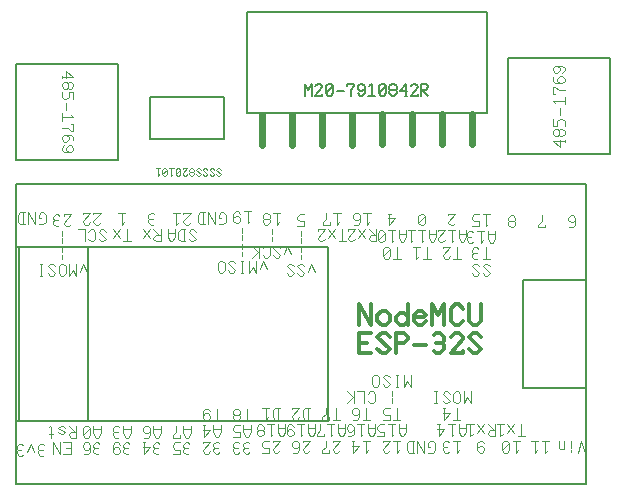
<source format=gto>
G04 Generated by Ultiboard 12.0 *
%FSLAX25Y25*%
%MOIN*%

%ADD10C,0.00001*%
%ADD11C,0.00200*%
%ADD12C,0.00800*%
%ADD13C,0.00367*%
%ADD14C,0.01200*%
%ADD15C,0.00500*%
%ADD16C,0.00805*%
%ADD17C,0.02400*%
%ADD18C,0.00234*%


G04 ColorRGB FFFF00 for the following layer *
%LNSilkscreen Top*%
%LPD*%
G54D10*
G54D11*
X23756Y145256D02*
X23756Y147608D01*
X26118Y145648D01*
X22181Y145648D01*
X22181Y146040D02*
X22181Y145256D01*
X22181Y142513D02*
X22181Y143297D01*
X22969Y144080D01*
X23756Y144080D01*
X24150Y143689D01*
X24543Y144080D01*
X25331Y144080D01*
X26118Y143297D01*
X26118Y142513D01*
X25331Y141729D01*
X24543Y141729D01*
X24150Y142121D01*
X23756Y141729D01*
X22969Y141729D01*
X22181Y142513D01*
X24150Y143689D02*
X24150Y142121D01*
X26118Y138201D02*
X26118Y140553D01*
X24543Y140553D01*
X24543Y138985D01*
X23756Y138201D01*
X22969Y138201D01*
X22181Y138985D01*
X22181Y140553D01*
X23756Y137025D02*
X23756Y134674D01*
X25331Y133106D02*
X26118Y132322D01*
X22181Y132322D01*
X22181Y133498D02*
X22181Y131146D01*
X22181Y128794D02*
X24150Y128794D01*
X25331Y127619D01*
X26118Y127619D01*
X26118Y129970D01*
X25331Y129970D01*
X26118Y124483D02*
X26118Y125659D01*
X25331Y126443D01*
X23756Y126443D01*
X22969Y126443D01*
X22181Y125659D01*
X22181Y124875D01*
X22969Y124091D01*
X23756Y124091D01*
X24543Y124875D01*
X24543Y125659D01*
X23756Y126443D01*
X22969Y122915D02*
X22181Y122131D01*
X22181Y121347D01*
X22969Y120563D01*
X24543Y120563D01*
X25331Y120563D01*
X26118Y121347D01*
X26118Y122131D01*
X25331Y122915D01*
X24543Y122915D01*
X23756Y122131D01*
X23756Y121347D01*
X24543Y120563D01*
X188244Y124744D02*
X188244Y122392D01*
X185882Y124352D01*
X189819Y124352D01*
X189819Y123960D02*
X189819Y124744D01*
X189819Y127487D02*
X189819Y126703D01*
X189031Y125920D01*
X188244Y125920D01*
X187850Y126311D01*
X187457Y125920D01*
X186669Y125920D01*
X185882Y126703D01*
X185882Y127487D01*
X186669Y128271D01*
X187457Y128271D01*
X187850Y127879D01*
X188244Y128271D01*
X189031Y128271D01*
X189819Y127487D01*
X187850Y126311D02*
X187850Y127879D01*
X185882Y131799D02*
X185882Y129447D01*
X187457Y129447D01*
X187457Y131015D01*
X188244Y131799D01*
X189031Y131799D01*
X189819Y131015D01*
X189819Y129447D01*
X188244Y132975D02*
X188244Y135326D01*
X186669Y136894D02*
X185882Y137678D01*
X189819Y137678D01*
X189819Y136502D02*
X189819Y138854D01*
X189819Y141206D02*
X187850Y141206D01*
X186669Y142381D01*
X185882Y142381D01*
X185882Y140030D01*
X186669Y140030D01*
X185882Y145517D02*
X185882Y144341D01*
X186669Y143557D01*
X188244Y143557D01*
X189031Y143557D01*
X189819Y144341D01*
X189819Y145125D01*
X189031Y145909D01*
X188244Y145909D01*
X187457Y145125D01*
X187457Y144341D01*
X188244Y143557D01*
X189031Y147085D02*
X189819Y147869D01*
X189819Y148653D01*
X189031Y149437D01*
X187457Y149437D01*
X186669Y149437D01*
X185882Y148653D01*
X185882Y147869D01*
X186669Y147085D01*
X187457Y147085D01*
X188244Y147869D01*
X188244Y148653D01*
X187457Y149437D01*
G54D12*
X7071Y150043D02*
X7071Y117957D01*
X40929Y117957D01*
X40929Y150043D01*
X7071Y150043D01*
X197000Y110000D02*
X7000Y110000D01*
X7000Y10000D01*
X197000Y10000D01*
X197000Y110000D01*
X204929Y119957D02*
X204929Y152043D01*
X171071Y152043D01*
X171071Y119957D01*
X204929Y119957D01*
X51598Y124913D02*
X76402Y124913D01*
X76402Y139087D01*
X51598Y139087D01*
X51598Y124913D01*
G54D13*
X16216Y19787D02*
X15824Y19394D01*
X15040Y19394D01*
X14256Y20181D01*
X14256Y20969D01*
X14648Y21362D01*
X14256Y21756D01*
X14256Y22543D01*
X15040Y23331D01*
X15824Y23331D01*
X16216Y22937D01*
X15824Y21362D02*
X14648Y21362D01*
X13080Y20575D02*
X11905Y23331D01*
X10729Y20575D01*
X9161Y19787D02*
X8769Y19394D01*
X7985Y19394D01*
X7201Y20181D01*
X7201Y20969D01*
X7593Y21362D01*
X7201Y21756D01*
X7201Y22543D01*
X7985Y23331D01*
X8769Y23331D01*
X9161Y22937D01*
X8769Y21362D02*
X7593Y21362D01*
X22784Y23819D02*
X25136Y23819D01*
X25136Y21850D01*
X25136Y19882D01*
X22784Y19882D01*
X25136Y21850D02*
X23568Y21850D01*
X21608Y23819D02*
X21608Y19882D01*
X19256Y23819D01*
X19256Y19882D01*
X26899Y29331D02*
X26899Y25394D01*
X25332Y25394D01*
X24548Y26181D01*
X24548Y26575D01*
X25332Y27362D01*
X26899Y27362D01*
X26507Y27362D02*
X24548Y29331D01*
X23372Y28543D02*
X22588Y29331D01*
X21804Y29331D01*
X21020Y28543D01*
X23372Y27362D01*
X22588Y26575D01*
X21804Y26575D01*
X21020Y27362D01*
X17885Y28937D02*
X18276Y29331D01*
X18668Y28937D01*
X18668Y25394D01*
X19452Y26575D02*
X17885Y26575D01*
X34744Y20276D02*
X34352Y19882D01*
X33568Y19882D01*
X32784Y20669D01*
X32784Y21457D01*
X33176Y21850D01*
X32784Y22244D01*
X32784Y23031D01*
X33568Y23819D01*
X34352Y23819D01*
X34744Y23425D01*
X34352Y21850D02*
X33176Y21850D01*
X29648Y19882D02*
X30824Y19882D01*
X31608Y20669D01*
X31608Y22244D01*
X31608Y23031D01*
X30824Y23819D01*
X30040Y23819D01*
X29256Y23031D01*
X29256Y22244D01*
X30040Y21457D01*
X30824Y21457D01*
X31608Y22244D01*
X35136Y29331D02*
X35136Y26969D01*
X34352Y25394D01*
X33568Y25394D01*
X32784Y26969D01*
X32784Y29331D01*
X35136Y28150D02*
X32784Y28150D01*
X31608Y26181D02*
X30824Y25394D01*
X30040Y25394D01*
X29256Y26181D01*
X29256Y28543D01*
X30040Y29331D01*
X30824Y29331D01*
X31608Y28543D01*
X31608Y26181D01*
X29256Y26181D02*
X31608Y28543D01*
X44744Y20276D02*
X44352Y19882D01*
X43568Y19882D01*
X42784Y20669D01*
X42784Y21457D01*
X43176Y21850D01*
X42784Y22244D01*
X42784Y23031D01*
X43568Y23819D01*
X44352Y23819D01*
X44744Y23425D01*
X44352Y21850D02*
X43176Y21850D01*
X41608Y23031D02*
X40824Y23819D01*
X40040Y23819D01*
X39256Y23031D01*
X39256Y21457D01*
X39256Y20669D01*
X40040Y19882D01*
X40824Y19882D01*
X41608Y20669D01*
X41608Y21457D01*
X40824Y22244D01*
X40040Y22244D01*
X39256Y21457D01*
X45136Y29331D02*
X45136Y26969D01*
X44352Y25394D01*
X43568Y25394D01*
X42784Y26969D01*
X42784Y29331D01*
X45136Y28150D02*
X42784Y28150D01*
X41216Y25787D02*
X40824Y25394D01*
X40040Y25394D01*
X39256Y26181D01*
X39256Y26969D01*
X39648Y27362D01*
X39256Y27756D01*
X39256Y28543D01*
X40040Y29331D01*
X40824Y29331D01*
X41216Y28937D01*
X40824Y27362D02*
X39648Y27362D01*
X54744Y20276D02*
X54352Y19882D01*
X53568Y19882D01*
X52784Y20669D01*
X52784Y21457D01*
X53176Y21850D01*
X52784Y22244D01*
X52784Y23031D01*
X53568Y23819D01*
X54352Y23819D01*
X54744Y23425D01*
X54352Y21850D02*
X53176Y21850D01*
X49256Y22244D02*
X51608Y22244D01*
X49648Y19882D01*
X49648Y23819D01*
X50040Y23819D02*
X49256Y23819D01*
X55136Y29331D02*
X55136Y26969D01*
X54352Y25394D01*
X53568Y25394D01*
X52784Y26969D01*
X52784Y29331D01*
X55136Y28150D02*
X52784Y28150D01*
X49648Y25394D02*
X50824Y25394D01*
X51608Y26181D01*
X51608Y27756D01*
X51608Y28543D01*
X50824Y29331D01*
X50040Y29331D01*
X49256Y28543D01*
X49256Y27756D01*
X50040Y26969D01*
X50824Y26969D01*
X51608Y27756D01*
X64744Y20276D02*
X64352Y19882D01*
X63568Y19882D01*
X62784Y20669D01*
X62784Y21457D01*
X63176Y21850D01*
X62784Y22244D01*
X62784Y23031D01*
X63568Y23819D01*
X64352Y23819D01*
X64744Y23425D01*
X64352Y21850D02*
X63176Y21850D01*
X59256Y19882D02*
X61608Y19882D01*
X61608Y21457D01*
X60040Y21457D01*
X59256Y22244D01*
X59256Y23031D01*
X60040Y23819D01*
X61608Y23819D01*
X65136Y29331D02*
X65136Y26969D01*
X64352Y25394D01*
X63568Y25394D01*
X62784Y26969D01*
X62784Y29331D01*
X65136Y28150D02*
X62784Y28150D01*
X60432Y29331D02*
X60432Y27362D01*
X59256Y26181D01*
X59256Y25394D01*
X61608Y25394D01*
X61608Y26181D01*
X74744Y20520D02*
X74352Y20126D01*
X73568Y20126D01*
X72784Y20913D01*
X72784Y21701D01*
X73176Y22094D01*
X72784Y22488D01*
X72784Y23276D01*
X73568Y24063D01*
X74352Y24063D01*
X74744Y23669D01*
X74352Y22094D02*
X73176Y22094D01*
X71608Y20913D02*
X70824Y20126D01*
X70040Y20126D01*
X69256Y20913D01*
X69256Y21307D01*
X71608Y24063D01*
X69256Y24063D01*
X69256Y23669D01*
X75136Y29575D02*
X75136Y27213D01*
X74352Y25638D01*
X73568Y25638D01*
X72784Y27213D01*
X72784Y29575D01*
X75136Y28394D02*
X72784Y28394D01*
X69256Y28000D02*
X71608Y28000D01*
X69648Y25638D01*
X69648Y29575D01*
X70040Y29575D02*
X69256Y29575D01*
X73960Y35087D02*
X73960Y31150D01*
X75136Y31150D02*
X72784Y31150D01*
X71608Y34299D02*
X70824Y35087D01*
X70040Y35087D01*
X69256Y34299D01*
X69256Y32724D01*
X69256Y31937D01*
X70040Y31150D01*
X70824Y31150D01*
X71608Y31937D01*
X71608Y32724D01*
X70824Y33512D01*
X70040Y33512D01*
X69256Y32724D01*
X84744Y20520D02*
X84352Y20126D01*
X83568Y20126D01*
X82784Y20913D01*
X82784Y21701D01*
X83176Y22094D01*
X82784Y22488D01*
X82784Y23276D01*
X83568Y24063D01*
X84352Y24063D01*
X84744Y23669D01*
X84352Y22094D02*
X83176Y22094D01*
X81216Y20520D02*
X80824Y20126D01*
X80040Y20126D01*
X79256Y20913D01*
X79256Y21701D01*
X79648Y22094D01*
X79256Y22488D01*
X79256Y23276D01*
X80040Y24063D01*
X80824Y24063D01*
X81216Y23669D01*
X80824Y22094D02*
X79648Y22094D01*
X85136Y29575D02*
X85136Y27213D01*
X84352Y25638D01*
X83568Y25638D01*
X82784Y27213D01*
X82784Y29575D01*
X85136Y28394D02*
X82784Y28394D01*
X79256Y25638D02*
X81608Y25638D01*
X81608Y27213D01*
X80040Y27213D01*
X79256Y28000D01*
X79256Y28787D01*
X80040Y29575D01*
X81608Y29575D01*
X83960Y35087D02*
X83960Y31150D01*
X85136Y31150D02*
X82784Y31150D01*
X80040Y35087D02*
X80824Y35087D01*
X81608Y34299D01*
X81608Y33512D01*
X81216Y33118D01*
X81608Y32724D01*
X81608Y31937D01*
X80824Y31150D01*
X80040Y31150D01*
X79256Y31937D01*
X79256Y32724D01*
X79648Y33118D01*
X79256Y33512D01*
X79256Y34299D01*
X80040Y35087D01*
X81216Y33118D02*
X79648Y33118D01*
X94844Y21181D02*
X94060Y20394D01*
X93276Y20394D01*
X92493Y21181D01*
X92493Y21575D01*
X94844Y24331D01*
X92493Y24331D01*
X92493Y23937D01*
X88965Y20394D02*
X91317Y20394D01*
X91317Y21969D01*
X89749Y21969D01*
X88965Y22756D01*
X88965Y23543D01*
X89749Y24331D01*
X91317Y24331D01*
X96608Y29843D02*
X96608Y27480D01*
X95824Y25906D01*
X95040Y25906D01*
X94256Y27480D01*
X94256Y29843D01*
X96608Y28661D02*
X94256Y28661D01*
X92689Y26693D02*
X91905Y25906D01*
X91905Y29843D01*
X93080Y29843D02*
X90729Y29843D01*
X87985Y29843D02*
X88769Y29843D01*
X89553Y29055D01*
X89553Y28268D01*
X89161Y27874D01*
X89553Y27480D01*
X89553Y26693D01*
X88769Y25906D01*
X87985Y25906D01*
X87201Y26693D01*
X87201Y27480D01*
X87593Y27874D01*
X87201Y28268D01*
X87201Y29055D01*
X87985Y29843D01*
X89161Y27874D02*
X87593Y27874D01*
X94844Y35354D02*
X93276Y35354D01*
X92493Y34567D01*
X92493Y32205D01*
X93276Y31417D01*
X94844Y31417D01*
X94452Y31417D02*
X94452Y35354D01*
X90925Y32205D02*
X90141Y31417D01*
X90141Y35354D01*
X91317Y35354D02*
X88965Y35354D01*
X104844Y21181D02*
X104060Y20394D01*
X103276Y20394D01*
X102493Y21181D01*
X102493Y21575D01*
X104844Y24331D01*
X102493Y24331D01*
X102493Y23937D01*
X99357Y20394D02*
X100533Y20394D01*
X101317Y21181D01*
X101317Y22756D01*
X101317Y23543D01*
X100533Y24331D01*
X99749Y24331D01*
X98965Y23543D01*
X98965Y22756D01*
X99749Y21969D01*
X100533Y21969D01*
X101317Y22756D01*
X106608Y29843D02*
X106608Y27480D01*
X105824Y25906D01*
X105040Y25906D01*
X104256Y27480D01*
X104256Y29843D01*
X106608Y28661D02*
X104256Y28661D01*
X102689Y26693D02*
X101905Y25906D01*
X101905Y29843D01*
X103080Y29843D02*
X100729Y29843D01*
X99553Y29055D02*
X98769Y29843D01*
X97985Y29843D01*
X97201Y29055D01*
X97201Y27480D01*
X97201Y26693D01*
X97985Y25906D01*
X98769Y25906D01*
X99553Y26693D01*
X99553Y27480D01*
X98769Y28268D01*
X97985Y28268D01*
X97201Y27480D01*
X104844Y35354D02*
X103276Y35354D01*
X102493Y34567D01*
X102493Y32205D01*
X103276Y31417D01*
X104844Y31417D01*
X104452Y31417D02*
X104452Y35354D01*
X101317Y32205D02*
X100533Y31417D01*
X99749Y31417D01*
X98965Y32205D01*
X98965Y32598D01*
X101317Y35354D01*
X98965Y35354D01*
X98965Y34961D01*
X114844Y21181D02*
X114061Y20394D01*
X113277Y20394D01*
X112493Y21181D01*
X112493Y21575D01*
X114844Y24331D01*
X112493Y24331D01*
X112493Y23937D01*
X110141Y24331D02*
X110141Y22362D01*
X108966Y21181D01*
X108966Y20394D01*
X111317Y20394D01*
X111317Y21181D01*
X116608Y29843D02*
X116608Y27480D01*
X115824Y25906D01*
X115040Y25906D01*
X114257Y27480D01*
X114257Y29843D01*
X116608Y28661D02*
X114257Y28661D01*
X112689Y26693D02*
X111905Y25906D01*
X111905Y29843D01*
X113081Y29843D02*
X110729Y29843D01*
X108378Y29843D02*
X108378Y27874D01*
X107202Y26693D01*
X107202Y25906D01*
X109553Y25906D01*
X109553Y26693D01*
X113669Y35354D02*
X113669Y31417D01*
X114844Y31417D02*
X112493Y31417D01*
X110141Y35354D02*
X110141Y33386D01*
X108966Y32205D01*
X108966Y31417D01*
X111317Y31417D01*
X111317Y32205D01*
X124452Y21181D02*
X123668Y20394D01*
X123668Y24331D01*
X124844Y24331D02*
X122493Y24331D01*
X118965Y22756D02*
X121317Y22756D01*
X119357Y20394D01*
X119357Y24331D01*
X119749Y24331D02*
X118965Y24331D01*
X126608Y29843D02*
X126608Y27480D01*
X125824Y25906D01*
X125040Y25906D01*
X124256Y27480D01*
X124256Y29843D01*
X126608Y28661D02*
X124256Y28661D01*
X122689Y26693D02*
X121905Y25906D01*
X121905Y29843D01*
X123080Y29843D02*
X120729Y29843D01*
X117593Y25906D02*
X118769Y25906D01*
X119553Y26693D01*
X119553Y28268D01*
X119553Y29055D01*
X118769Y29843D01*
X117985Y29843D01*
X117201Y29055D01*
X117201Y28268D01*
X117985Y27480D01*
X118769Y27480D01*
X119553Y28268D01*
X123668Y35354D02*
X123668Y31417D01*
X124844Y31417D02*
X122493Y31417D01*
X119357Y31417D02*
X120533Y31417D01*
X121317Y32205D01*
X121317Y33780D01*
X121317Y34567D01*
X120533Y35354D01*
X119749Y35354D01*
X118965Y34567D01*
X118965Y33780D01*
X119749Y32992D01*
X120533Y32992D01*
X121317Y33780D01*
X124256Y40079D02*
X125040Y40866D01*
X125824Y40866D01*
X126608Y40079D01*
X126608Y37717D01*
X125824Y36929D01*
X125040Y36929D01*
X124256Y37717D01*
X123080Y36929D02*
X123080Y40866D01*
X120729Y40866D01*
X119553Y40866D02*
X119553Y36929D01*
X119553Y38898D02*
X119161Y38898D01*
X117201Y36929D01*
X119161Y38898D02*
X117201Y40866D01*
X134689Y21181D02*
X133905Y20394D01*
X133905Y24331D01*
X135080Y24331D02*
X132729Y24331D01*
X131553Y21181D02*
X130769Y20394D01*
X129985Y20394D01*
X129201Y21181D01*
X129201Y21575D01*
X131553Y24331D01*
X129201Y24331D01*
X129201Y23937D01*
X136844Y29843D02*
X136844Y27480D01*
X136060Y25906D01*
X135276Y25906D01*
X134493Y27480D01*
X134493Y29843D01*
X136844Y28661D02*
X134493Y28661D01*
X132925Y26693D02*
X132141Y25906D01*
X132141Y29843D01*
X133317Y29843D02*
X130965Y29843D01*
X127437Y25906D02*
X129789Y25906D01*
X129789Y27480D01*
X128221Y27480D01*
X127437Y28268D01*
X127437Y29055D01*
X128221Y29843D01*
X129789Y29843D01*
X133905Y35354D02*
X133905Y31417D01*
X135080Y31417D02*
X132729Y31417D01*
X129201Y31417D02*
X131553Y31417D01*
X131553Y32992D01*
X129985Y32992D01*
X129201Y33780D01*
X129201Y34567D01*
X129985Y35354D01*
X131553Y35354D01*
X132141Y40866D02*
X132141Y39291D01*
X132141Y38504D02*
X132141Y36929D01*
X138608Y46378D02*
X138608Y42441D01*
X137432Y44409D01*
X136256Y42441D01*
X136256Y46378D01*
X134297Y46378D02*
X133513Y46378D01*
X134297Y42441D02*
X133513Y42441D01*
X133905Y46378D02*
X133905Y42441D01*
X131553Y45591D02*
X130769Y46378D01*
X129985Y46378D01*
X129201Y45591D01*
X131553Y43228D01*
X130769Y42441D01*
X129985Y42441D01*
X129201Y43228D01*
X128025Y45591D02*
X127241Y46378D01*
X126458Y46378D01*
X125674Y45591D01*
X125674Y43228D01*
X126458Y42441D01*
X127241Y42441D01*
X128025Y43228D01*
X128025Y45591D01*
X145040Y22362D02*
X144256Y22362D01*
X144256Y23543D01*
X145040Y24331D01*
X145824Y24331D01*
X146608Y23543D01*
X146608Y21181D01*
X145824Y20394D01*
X144256Y20394D01*
X143080Y24331D02*
X143080Y20394D01*
X140729Y24331D01*
X140729Y20394D01*
X139553Y24331D02*
X137985Y24331D01*
X137201Y23543D01*
X137201Y21181D01*
X137985Y20394D01*
X139553Y20394D01*
X139161Y20394D02*
X139161Y24331D01*
X154689Y21181D02*
X153905Y20394D01*
X153905Y24331D01*
X155080Y24331D02*
X152729Y24331D01*
X151161Y20787D02*
X150769Y20394D01*
X149985Y20394D01*
X149201Y21181D01*
X149201Y21969D01*
X149593Y22362D01*
X149201Y22756D01*
X149201Y23543D01*
X149985Y24331D01*
X150769Y24331D01*
X151161Y23937D01*
X150769Y22362D02*
X149593Y22362D01*
X156844Y29843D02*
X156844Y27480D01*
X156060Y25906D01*
X155276Y25906D01*
X154493Y27480D01*
X154493Y29843D01*
X156844Y28661D02*
X154493Y28661D01*
X152925Y26693D02*
X152141Y25906D01*
X152141Y29843D01*
X153317Y29843D02*
X150965Y29843D01*
X147437Y28268D02*
X149789Y28268D01*
X147829Y25906D01*
X147829Y29843D01*
X148221Y29843D02*
X147437Y29843D01*
X153905Y35354D02*
X153905Y31417D01*
X155080Y31417D02*
X152729Y31417D01*
X149201Y33780D02*
X151553Y33780D01*
X149593Y31417D01*
X149593Y35354D01*
X149985Y35354D02*
X149201Y35354D01*
X158608Y40866D02*
X158608Y36929D01*
X157432Y38898D01*
X156256Y36929D01*
X156256Y40866D01*
X155080Y40079D02*
X154297Y40866D01*
X153513Y40866D01*
X152729Y40079D01*
X152729Y37717D01*
X153513Y36929D01*
X154297Y36929D01*
X155080Y37717D01*
X155080Y40079D01*
X151553Y40079D02*
X150769Y40866D01*
X149985Y40866D01*
X149201Y40079D01*
X151553Y37717D01*
X150769Y36929D01*
X149985Y36929D01*
X149201Y37717D01*
X147241Y40866D02*
X146458Y40866D01*
X147241Y36929D02*
X146458Y36929D01*
X146850Y40866D02*
X146850Y36929D01*
X163080Y23543D02*
X162297Y24331D01*
X161513Y24331D01*
X160729Y23543D01*
X160729Y21969D01*
X160729Y21181D01*
X161513Y20394D01*
X162297Y20394D01*
X163080Y21181D01*
X163080Y21969D01*
X162297Y22756D01*
X161513Y22756D01*
X160729Y21969D01*
X166608Y29843D02*
X166608Y25906D01*
X165040Y25906D01*
X164256Y26693D01*
X164256Y27087D01*
X165040Y27874D01*
X166608Y27874D01*
X166216Y27874D02*
X164256Y29843D01*
X163080Y29843D02*
X160729Y27087D01*
X163080Y27087D02*
X160729Y29843D01*
X159161Y26693D02*
X158377Y25906D01*
X158377Y29843D01*
X159553Y29843D02*
X157201Y29843D01*
X174452Y21181D02*
X173668Y20394D01*
X173668Y24331D01*
X174844Y24331D02*
X172493Y24331D01*
X171317Y21181D02*
X170533Y20394D01*
X169749Y20394D01*
X168965Y21181D01*
X168965Y23543D01*
X169749Y24331D01*
X170533Y24331D01*
X171317Y23543D01*
X171317Y21181D01*
X168965Y21181D02*
X171317Y23543D01*
X175432Y29843D02*
X175432Y25906D01*
X176608Y25906D02*
X174256Y25906D01*
X173080Y29843D02*
X170729Y27087D01*
X173080Y27087D02*
X170729Y29843D01*
X169161Y26693D02*
X168377Y25906D01*
X168377Y29843D01*
X169553Y29843D02*
X167201Y29843D01*
X184216Y21181D02*
X183432Y20394D01*
X183432Y24331D01*
X184608Y24331D02*
X182256Y24331D01*
X180689Y21181D02*
X179905Y20394D01*
X179905Y24331D01*
X181080Y24331D02*
X178729Y24331D01*
X196608Y20394D02*
X195432Y24331D01*
X194256Y20394D01*
X191905Y24331D02*
X191905Y21969D01*
X191905Y21181D02*
X191905Y20787D01*
X189553Y24331D02*
X189553Y21969D01*
X189553Y21575D01*
X189553Y21969D02*
X189161Y21575D01*
X188377Y21575D01*
X187985Y21969D01*
X187985Y24331D01*
X30608Y80575D02*
X29432Y83331D01*
X28256Y80575D01*
X27080Y83331D02*
X27080Y79394D01*
X25905Y81362D01*
X24729Y79394D01*
X24729Y83331D01*
X23553Y82543D02*
X22769Y83331D01*
X21985Y83331D01*
X21201Y82543D01*
X21201Y80181D01*
X21985Y79394D01*
X22769Y79394D01*
X23553Y80181D01*
X23553Y82543D01*
X20025Y82543D02*
X19241Y83331D01*
X18458Y83331D01*
X17674Y82543D01*
X20025Y80181D01*
X19241Y79394D01*
X18458Y79394D01*
X17674Y80181D01*
X15714Y83331D02*
X14930Y83331D01*
X15714Y79394D02*
X14930Y79394D01*
X15322Y83331D02*
X15322Y79394D01*
X22377Y88843D02*
X22377Y87268D01*
X22377Y86480D02*
X22377Y84906D01*
X22377Y94354D02*
X22377Y92780D01*
X22377Y91992D02*
X22377Y90417D01*
X25317Y96717D02*
X24533Y95929D01*
X23749Y95929D01*
X22965Y96717D01*
X22965Y97110D01*
X25317Y99866D01*
X22965Y99866D01*
X22965Y99472D01*
X21397Y96323D02*
X21005Y95929D01*
X20221Y95929D01*
X19437Y96717D01*
X19437Y97504D01*
X19829Y97898D01*
X19437Y98291D01*
X19437Y99079D01*
X20221Y99866D01*
X21005Y99866D01*
X21397Y99472D01*
X21005Y97898D02*
X19829Y97898D01*
X90608Y81575D02*
X89432Y84331D01*
X88256Y81575D01*
X87080Y84331D02*
X87080Y80394D01*
X85905Y82362D01*
X84729Y80394D01*
X84729Y84331D01*
X82769Y84331D02*
X81985Y84331D01*
X82769Y80394D02*
X81985Y80394D01*
X82377Y84331D02*
X82377Y80394D01*
X80025Y83543D02*
X79241Y84331D01*
X78458Y84331D01*
X77674Y83543D01*
X80025Y81181D01*
X79241Y80394D01*
X78458Y80394D01*
X77674Y81181D01*
X76498Y83543D02*
X75714Y84331D01*
X74930Y84331D01*
X74146Y83543D01*
X74146Y81181D01*
X74930Y80394D01*
X75714Y80394D01*
X76498Y81181D01*
X76498Y83543D01*
X82377Y89843D02*
X82377Y88268D01*
X82377Y87480D02*
X82377Y85906D01*
X82377Y95354D02*
X82377Y93780D01*
X82377Y92992D02*
X82377Y91417D01*
X84925Y97717D02*
X84141Y96929D01*
X84141Y100866D01*
X85317Y100866D02*
X82965Y100866D01*
X81789Y100079D02*
X81005Y100866D01*
X80221Y100866D01*
X79437Y100079D01*
X79437Y98504D01*
X79437Y97717D01*
X80221Y96929D01*
X81005Y96929D01*
X81789Y97717D01*
X81789Y98504D01*
X81005Y99291D01*
X80221Y99291D01*
X79437Y98504D01*
X98608Y86575D02*
X97432Y89331D01*
X96256Y86575D01*
X95080Y88543D02*
X94297Y89331D01*
X93513Y89331D01*
X92729Y88543D01*
X95080Y86181D01*
X94297Y85394D01*
X93513Y85394D01*
X92729Y86181D01*
X89201Y88543D02*
X89985Y89331D01*
X90769Y89331D01*
X91553Y88543D01*
X91553Y86181D01*
X90769Y85394D01*
X89985Y85394D01*
X89201Y86181D01*
X88025Y89331D02*
X88025Y85394D01*
X88025Y87362D02*
X87633Y87362D01*
X85674Y85394D01*
X87633Y87362D02*
X85674Y89331D01*
X92141Y94843D02*
X92141Y93268D01*
X92141Y92480D02*
X92141Y90906D01*
X94689Y97205D02*
X93905Y96417D01*
X93905Y100354D01*
X95080Y100354D02*
X92729Y100354D01*
X89985Y100354D02*
X90769Y100354D01*
X91553Y99567D01*
X91553Y98780D01*
X91161Y98386D01*
X91553Y97992D01*
X91553Y97205D01*
X90769Y96417D01*
X89985Y96417D01*
X89201Y97205D01*
X89201Y97992D01*
X89593Y98386D01*
X89201Y98780D01*
X89201Y99567D01*
X89985Y100354D01*
X91161Y98386D02*
X89593Y98386D01*
X106608Y80575D02*
X105432Y83331D01*
X104256Y80575D01*
X103080Y82543D02*
X102297Y83331D01*
X101513Y83331D01*
X100729Y82543D01*
X103080Y80181D01*
X102297Y79394D01*
X101513Y79394D01*
X100729Y80181D01*
X99553Y82543D02*
X98769Y83331D01*
X97985Y83331D01*
X97201Y82543D01*
X99553Y80181D01*
X98769Y79394D01*
X97985Y79394D01*
X97201Y80181D01*
X101905Y88843D02*
X101905Y87268D01*
X101905Y86480D02*
X101905Y84906D01*
X101905Y94354D02*
X101905Y92780D01*
X101905Y91992D02*
X101905Y90417D01*
X100729Y95929D02*
X103080Y95929D01*
X103080Y97504D01*
X101513Y97504D01*
X100729Y98291D01*
X100729Y99079D01*
X101513Y99866D01*
X103080Y99866D01*
X133960Y89063D02*
X133960Y85126D01*
X135136Y85126D02*
X132784Y85126D01*
X131608Y85913D02*
X130824Y85126D01*
X130040Y85126D01*
X129256Y85913D01*
X129256Y88276D01*
X130040Y89063D01*
X130824Y89063D01*
X131608Y88276D01*
X131608Y85913D01*
X129256Y85913D02*
X131608Y88276D01*
X136899Y94575D02*
X136899Y92213D01*
X136115Y90638D01*
X135332Y90638D01*
X134548Y92213D01*
X134548Y94575D01*
X136899Y93394D02*
X134548Y93394D01*
X132980Y91425D02*
X132196Y90638D01*
X132196Y94575D01*
X133372Y94575D02*
X131020Y94575D01*
X129844Y91425D02*
X129060Y90638D01*
X128276Y90638D01*
X127493Y91425D01*
X127493Y93787D01*
X128276Y94575D01*
X129060Y94575D01*
X129844Y93787D01*
X129844Y91425D01*
X127493Y91425D02*
X129844Y93787D01*
X131020Y98512D02*
X133372Y98512D01*
X131412Y96150D01*
X131412Y100087D01*
X131804Y100087D02*
X131020Y100087D01*
X143960Y89063D02*
X143960Y85126D01*
X145136Y85126D02*
X142784Y85126D01*
X141216Y85913D02*
X140432Y85126D01*
X140432Y89063D01*
X141608Y89063D02*
X139256Y89063D01*
X146899Y94575D02*
X146899Y92213D01*
X146115Y90638D01*
X145332Y90638D01*
X144548Y92213D01*
X144548Y94575D01*
X146899Y93394D02*
X144548Y93394D01*
X142980Y91425D02*
X142196Y90638D01*
X142196Y94575D01*
X143372Y94575D02*
X141020Y94575D01*
X139452Y91425D02*
X138668Y90638D01*
X138668Y94575D01*
X139844Y94575D02*
X137493Y94575D01*
X143372Y96937D02*
X142588Y96150D01*
X141804Y96150D01*
X141020Y96937D01*
X141020Y99299D01*
X141804Y100087D01*
X142588Y100087D01*
X143372Y99299D01*
X143372Y96937D01*
X141020Y96937D02*
X143372Y99299D01*
X153960Y89063D02*
X153960Y85126D01*
X155136Y85126D02*
X152784Y85126D01*
X151608Y85913D02*
X150824Y85126D01*
X150040Y85126D01*
X149256Y85913D01*
X149256Y86307D01*
X151608Y89063D01*
X149256Y89063D01*
X149256Y88669D01*
X156899Y94575D02*
X156899Y92213D01*
X156115Y90638D01*
X155332Y90638D01*
X154548Y92213D01*
X154548Y94575D01*
X156899Y93394D02*
X154548Y93394D01*
X152980Y91425D02*
X152196Y90638D01*
X152196Y94575D01*
X153372Y94575D02*
X151020Y94575D01*
X149844Y91425D02*
X149060Y90638D01*
X148276Y90638D01*
X147493Y91425D01*
X147493Y91819D01*
X149844Y94575D01*
X147493Y94575D01*
X147493Y94181D01*
X153372Y96937D02*
X152588Y96150D01*
X151804Y96150D01*
X151020Y96937D01*
X151020Y97331D01*
X153372Y100087D01*
X151020Y100087D01*
X151020Y99693D01*
X164844Y82543D02*
X164060Y83331D01*
X163276Y83331D01*
X162493Y82543D01*
X164844Y80181D01*
X164060Y79394D01*
X163276Y79394D01*
X162493Y80181D01*
X161317Y82543D02*
X160533Y83331D01*
X159749Y83331D01*
X158965Y82543D01*
X161317Y80181D01*
X160533Y79394D01*
X159749Y79394D01*
X158965Y80181D01*
X163668Y88843D02*
X163668Y84906D01*
X164844Y84906D02*
X162493Y84906D01*
X160925Y85299D02*
X160533Y84906D01*
X159749Y84906D01*
X158965Y85693D01*
X158965Y86480D01*
X159357Y86874D01*
X158965Y87268D01*
X158965Y88055D01*
X159749Y88843D01*
X160533Y88843D01*
X160925Y88449D01*
X160533Y86874D02*
X159357Y86874D01*
X166608Y94354D02*
X166608Y91992D01*
X165824Y90417D01*
X165040Y90417D01*
X164256Y91992D01*
X164256Y94354D01*
X166608Y93173D02*
X164256Y93173D01*
X162689Y91205D02*
X161905Y90417D01*
X161905Y94354D01*
X163080Y94354D02*
X160729Y94354D01*
X159161Y90811D02*
X158769Y90417D01*
X157985Y90417D01*
X157201Y91205D01*
X157201Y91992D01*
X157593Y92386D01*
X157201Y92780D01*
X157201Y93567D01*
X157985Y94354D01*
X158769Y94354D01*
X159161Y93961D01*
X158769Y92386D02*
X157593Y92386D01*
X164452Y96717D02*
X163668Y95929D01*
X163668Y99866D01*
X164844Y99866D02*
X162493Y99866D01*
X158965Y95929D02*
X161317Y95929D01*
X161317Y97504D01*
X159749Y97504D01*
X158965Y98291D01*
X158965Y99079D01*
X159749Y99866D01*
X161317Y99866D01*
X36899Y94031D02*
X36115Y94819D01*
X35332Y94819D01*
X34548Y94031D01*
X36899Y91669D01*
X36115Y90882D01*
X35332Y90882D01*
X34548Y91669D01*
X31020Y94031D02*
X31804Y94819D01*
X32588Y94819D01*
X33372Y94031D01*
X33372Y91669D01*
X32588Y90882D01*
X31804Y90882D01*
X31020Y91669D01*
X29844Y90882D02*
X29844Y94819D01*
X27493Y94819D01*
X35136Y97181D02*
X34352Y96394D01*
X33568Y96394D01*
X32784Y97181D01*
X32784Y97575D01*
X35136Y100331D01*
X32784Y100331D01*
X32784Y99937D01*
X31608Y97181D02*
X30824Y96394D01*
X30040Y96394D01*
X29256Y97181D01*
X29256Y97575D01*
X31608Y100331D01*
X29256Y100331D01*
X29256Y99937D01*
X43960Y94819D02*
X43960Y90882D01*
X45136Y90882D02*
X42784Y90882D01*
X41608Y94819D02*
X39256Y92063D01*
X41608Y92063D02*
X39256Y94819D01*
X42980Y97181D02*
X42196Y96394D01*
X42196Y100331D01*
X43372Y100331D02*
X41020Y100331D01*
X55136Y94819D02*
X55136Y90882D01*
X53568Y90882D01*
X52784Y91669D01*
X52784Y92063D01*
X53568Y92850D01*
X55136Y92850D01*
X54744Y92850D02*
X52784Y94819D01*
X51608Y94819D02*
X49256Y92063D01*
X51608Y92063D02*
X49256Y94819D01*
X52980Y96787D02*
X52588Y96394D01*
X51804Y96394D01*
X51020Y97181D01*
X51020Y97969D01*
X51412Y98362D01*
X51020Y98756D01*
X51020Y99543D01*
X51804Y100331D01*
X52588Y100331D01*
X52980Y99937D01*
X52588Y98362D02*
X51412Y98362D01*
X66899Y94031D02*
X66115Y94819D01*
X65332Y94819D01*
X64548Y94031D01*
X66899Y91669D01*
X66115Y90882D01*
X65332Y90882D01*
X64548Y91669D01*
X63372Y94819D02*
X61804Y94819D01*
X61020Y94031D01*
X61020Y91669D01*
X61804Y90882D01*
X63372Y90882D01*
X62980Y90882D02*
X62980Y94819D01*
X59844Y94819D02*
X59844Y92457D01*
X59060Y90882D01*
X58276Y90882D01*
X57493Y92457D01*
X57493Y94819D01*
X59844Y93638D02*
X57493Y93638D01*
X65136Y97181D02*
X64352Y96394D01*
X63568Y96394D01*
X62784Y97181D01*
X62784Y97575D01*
X65136Y100331D01*
X62784Y100331D01*
X62784Y99937D01*
X61216Y97181D02*
X60432Y96394D01*
X60432Y100331D01*
X61608Y100331D02*
X59256Y100331D01*
X115724Y94819D02*
X115724Y90882D01*
X116899Y90882D02*
X114548Y90882D01*
X113372Y94819D02*
X111020Y92063D01*
X113372Y92063D02*
X111020Y94819D01*
X109844Y91669D02*
X109060Y90882D01*
X108276Y90882D01*
X107493Y91669D01*
X107493Y92063D01*
X109844Y94819D01*
X107493Y94819D01*
X107493Y94425D01*
X114744Y97181D02*
X113960Y96394D01*
X113960Y100331D01*
X115136Y100331D02*
X112784Y100331D01*
X110432Y100331D02*
X110432Y98362D01*
X109256Y97181D01*
X109256Y96394D01*
X111608Y96394D01*
X111608Y97181D01*
X126899Y94819D02*
X126899Y90882D01*
X125332Y90882D01*
X124548Y91669D01*
X124548Y92063D01*
X125332Y92850D01*
X126899Y92850D01*
X126507Y92850D02*
X124548Y94819D01*
X123372Y94819D02*
X121020Y92063D01*
X123372Y92063D02*
X121020Y94819D01*
X119844Y91669D02*
X119060Y90882D01*
X118276Y90882D01*
X117493Y91669D01*
X117493Y92063D01*
X119844Y94819D01*
X117493Y94819D01*
X117493Y94425D01*
X124744Y97181D02*
X123960Y96394D01*
X123960Y100331D01*
X125136Y100331D02*
X122784Y100331D01*
X119648Y96394D02*
X120824Y96394D01*
X121608Y97181D01*
X121608Y98756D01*
X121608Y99543D01*
X120824Y100331D01*
X120040Y100331D01*
X119256Y99543D01*
X119256Y98756D01*
X120040Y97969D01*
X120824Y97969D01*
X121608Y98756D01*
X15332Y98606D02*
X14548Y98606D01*
X14548Y99787D01*
X15332Y100575D01*
X16115Y100575D01*
X16899Y99787D01*
X16899Y97425D01*
X16115Y96638D01*
X14548Y96638D01*
X13372Y100575D02*
X13372Y96638D01*
X11020Y100575D01*
X11020Y96638D01*
X9844Y100575D02*
X8276Y100575D01*
X7493Y99787D01*
X7493Y97425D01*
X8276Y96638D01*
X9844Y96638D01*
X9452Y96638D02*
X9452Y100575D01*
X75332Y98606D02*
X74548Y98606D01*
X74548Y99787D01*
X75332Y100575D01*
X76115Y100575D01*
X76899Y99787D01*
X76899Y97425D01*
X76115Y96638D01*
X74548Y96638D01*
X73372Y100575D02*
X73372Y96638D01*
X71020Y100575D01*
X71020Y96638D01*
X69844Y100575D02*
X68276Y100575D01*
X67493Y99787D01*
X67493Y97425D01*
X68276Y96638D01*
X69844Y96638D01*
X69452Y96638D02*
X69452Y100575D01*
X171804Y99575D02*
X172588Y99575D01*
X173372Y98787D01*
X173372Y98000D01*
X172980Y97606D01*
X173372Y97213D01*
X173372Y96425D01*
X172588Y95638D01*
X171804Y95638D01*
X171020Y96425D01*
X171020Y97213D01*
X171412Y97606D01*
X171020Y98000D01*
X171020Y98787D01*
X171804Y99575D01*
X172980Y97606D02*
X171412Y97606D01*
X182196Y99575D02*
X182196Y97606D01*
X181020Y96425D01*
X181020Y95638D01*
X183372Y95638D01*
X183372Y96425D01*
X191412Y95638D02*
X192588Y95638D01*
X193372Y96425D01*
X193372Y98000D01*
X193372Y98787D01*
X192588Y99575D01*
X191804Y99575D01*
X191020Y98787D01*
X191020Y98000D01*
X191804Y97213D01*
X192588Y97213D01*
X193372Y98000D01*
G54D14*
X121371Y63038D02*
X121371Y69832D01*
X125429Y63038D01*
X125429Y69832D01*
X127458Y64397D02*
X128811Y63038D01*
X130164Y63038D01*
X131516Y64397D01*
X131516Y66435D01*
X130164Y67794D01*
X128811Y67794D01*
X127458Y66435D01*
X127458Y64397D01*
X137604Y64397D02*
X136251Y63038D01*
X134898Y63038D01*
X133545Y64397D01*
X133545Y65756D01*
X134898Y67115D01*
X136251Y67115D01*
X137604Y65756D01*
X137604Y69832D02*
X137604Y63038D01*
X143691Y64397D02*
X142338Y63038D01*
X140985Y63038D01*
X139633Y64397D01*
X139633Y66435D01*
X140985Y67794D01*
X142338Y67794D01*
X143691Y66435D01*
X143015Y65756D01*
X139633Y65756D01*
X145720Y63038D02*
X145720Y69832D01*
X147749Y66435D01*
X149778Y69832D01*
X149778Y63038D01*
X155866Y64397D02*
X154513Y63038D01*
X153160Y63038D01*
X151807Y64397D01*
X151807Y68474D01*
X153160Y69832D01*
X154513Y69832D01*
X155866Y68474D01*
X157895Y69832D02*
X157895Y64397D01*
X159247Y63038D01*
X160600Y63038D01*
X161953Y64397D01*
X161953Y69832D01*
X125429Y53526D02*
X121371Y53526D01*
X121371Y56924D01*
X121371Y60321D01*
X125429Y60321D01*
X121371Y56924D02*
X124076Y56924D01*
X127458Y54885D02*
X128811Y53526D01*
X130164Y53526D01*
X131516Y54885D01*
X127458Y58962D01*
X128811Y60321D01*
X130164Y60321D01*
X131516Y58962D01*
X133545Y53526D02*
X133545Y60321D01*
X136251Y60321D01*
X137604Y58962D01*
X137604Y58282D01*
X136251Y56924D01*
X133545Y56924D01*
X139633Y56244D02*
X143691Y56244D01*
X146396Y59641D02*
X147073Y60321D01*
X148425Y60321D01*
X149778Y58962D01*
X149778Y57603D01*
X149102Y56924D01*
X149778Y56244D01*
X149778Y54885D01*
X148425Y53526D01*
X147073Y53526D01*
X146396Y54206D01*
X147073Y56924D02*
X149102Y56924D01*
X151807Y58962D02*
X153160Y60321D01*
X154513Y60321D01*
X155866Y58962D01*
X155866Y58282D01*
X151807Y53526D01*
X155866Y53526D01*
X155866Y54206D01*
X157895Y54885D02*
X159247Y53526D01*
X160600Y53526D01*
X161953Y54885D01*
X157895Y58962D01*
X159247Y60321D01*
X160600Y60321D01*
X161953Y58962D01*
G54D15*
X197000Y42000D02*
X176000Y42000D01*
X176000Y78000D01*
X197000Y78000D01*
X197000Y42000D01*
X111000Y31000D02*
X7000Y31000D01*
X7000Y89000D01*
X111000Y89000D01*
X111000Y31000D01*
X31000Y31000D02*
X8000Y31000D01*
X8000Y89000D01*
X31000Y89000D01*
X31000Y31000D01*
X103227Y139425D02*
X103227Y143362D01*
X104402Y141394D01*
X105578Y143362D01*
X105578Y139425D01*
X106754Y142575D02*
X107538Y143362D01*
X108322Y143362D01*
X109106Y142575D01*
X109106Y142181D01*
X106754Y139425D01*
X109106Y139425D01*
X109106Y139819D01*
X110282Y142575D02*
X111066Y143362D01*
X111850Y143362D01*
X112633Y142575D01*
X112633Y140213D01*
X111850Y139425D01*
X111066Y139425D01*
X110282Y140213D01*
X110282Y142575D01*
X112633Y142575D02*
X110282Y140213D01*
X113809Y141000D02*
X116161Y141000D01*
X118513Y139425D02*
X118513Y141394D01*
X119689Y142575D01*
X119689Y143362D01*
X117337Y143362D01*
X117337Y142575D01*
X120864Y140213D02*
X121648Y139425D01*
X122432Y139425D01*
X123216Y140213D01*
X123216Y141787D01*
X123216Y142575D01*
X122432Y143362D01*
X121648Y143362D01*
X120864Y142575D01*
X120864Y141787D01*
X121648Y141000D01*
X122432Y141000D01*
X123216Y141787D01*
X124784Y142575D02*
X125568Y143362D01*
X125568Y139425D01*
X124392Y139425D02*
X126744Y139425D01*
X127920Y142575D02*
X128703Y143362D01*
X129487Y143362D01*
X130271Y142575D01*
X130271Y140213D01*
X129487Y139425D01*
X128703Y139425D01*
X127920Y140213D01*
X127920Y142575D01*
X130271Y142575D02*
X127920Y140213D01*
X133015Y139425D02*
X132231Y139425D01*
X131447Y140213D01*
X131447Y141000D01*
X131839Y141394D01*
X131447Y141787D01*
X131447Y142575D01*
X132231Y143362D01*
X133015Y143362D01*
X133799Y142575D01*
X133799Y141787D01*
X133407Y141394D01*
X133799Y141000D01*
X133799Y140213D01*
X133015Y139425D01*
X131839Y141394D02*
X133407Y141394D01*
X137326Y141000D02*
X134975Y141000D01*
X136934Y143362D01*
X136934Y139425D01*
X136542Y139425D02*
X137326Y139425D01*
X138502Y142575D02*
X139286Y143362D01*
X140070Y143362D01*
X140854Y142575D01*
X140854Y142181D01*
X138502Y139425D01*
X140854Y139425D01*
X140854Y139819D01*
X142030Y139425D02*
X142030Y143362D01*
X143598Y143362D01*
X144381Y142575D01*
X144381Y142181D01*
X143598Y141394D01*
X142030Y141394D01*
X142422Y141394D02*
X144381Y139425D01*
G54D16*
X84000Y167181D02*
X164000Y167181D01*
X164000Y133717D01*
X84000Y133717D01*
X84000Y167181D01*
G54D17*
X89000Y133000D02*
X89000Y123000D01*
X99000Y133000D02*
X99000Y123000D01*
X109000Y133000D02*
X109000Y123000D01*
X119000Y133000D02*
X119000Y123000D01*
X129012Y133243D02*
X129012Y123243D01*
X139012Y133243D02*
X139012Y123243D01*
X149012Y133243D02*
X149012Y123243D01*
X159012Y133243D02*
X159012Y123243D01*
G54D18*
X75223Y114746D02*
X74724Y115247D01*
X74225Y115247D01*
X73725Y114746D01*
X75223Y113241D01*
X74724Y112739D01*
X74225Y112739D01*
X73725Y113241D01*
X72976Y114746D02*
X72477Y115247D01*
X71977Y115247D01*
X71478Y114746D01*
X72976Y113241D01*
X72477Y112739D01*
X71977Y112739D01*
X71478Y113241D01*
X70729Y114746D02*
X70229Y115247D01*
X69730Y115247D01*
X69231Y114746D01*
X70729Y113241D01*
X70229Y112739D01*
X69730Y112739D01*
X69231Y113241D01*
X68481Y114746D02*
X67982Y115247D01*
X67483Y115247D01*
X66983Y114746D01*
X68481Y113241D01*
X67982Y112739D01*
X67483Y112739D01*
X66983Y113241D01*
X65235Y115247D02*
X65735Y115247D01*
X66234Y114746D01*
X66234Y114244D01*
X65984Y113993D01*
X66234Y113742D01*
X66234Y113241D01*
X65735Y112739D01*
X65235Y112739D01*
X64736Y113241D01*
X64736Y113742D01*
X64986Y113993D01*
X64736Y114244D01*
X64736Y114746D01*
X65235Y115247D01*
X65984Y113993D02*
X64986Y113993D01*
X63987Y113241D02*
X63487Y112739D01*
X62988Y112739D01*
X62489Y113241D01*
X62489Y113492D01*
X63987Y115247D01*
X62489Y115247D01*
X62489Y114997D01*
X61740Y113241D02*
X61240Y112739D01*
X60741Y112739D01*
X60241Y113241D01*
X60241Y114746D01*
X60741Y115247D01*
X61240Y115247D01*
X61740Y114746D01*
X61740Y113241D01*
X60241Y113241D02*
X61740Y114746D01*
X59243Y113241D02*
X58743Y112739D01*
X58743Y115247D01*
X59492Y115247D02*
X57994Y115247D01*
X57245Y113241D02*
X56746Y112739D01*
X56246Y112739D01*
X55747Y113241D01*
X55747Y114746D01*
X56246Y115247D01*
X56746Y115247D01*
X57245Y114746D01*
X57245Y113241D01*
X55747Y113241D02*
X57245Y114746D01*
X54748Y113241D02*
X54249Y112739D01*
X54249Y115247D01*
X54998Y115247D02*
X53499Y115247D01*

M00*

</source>
